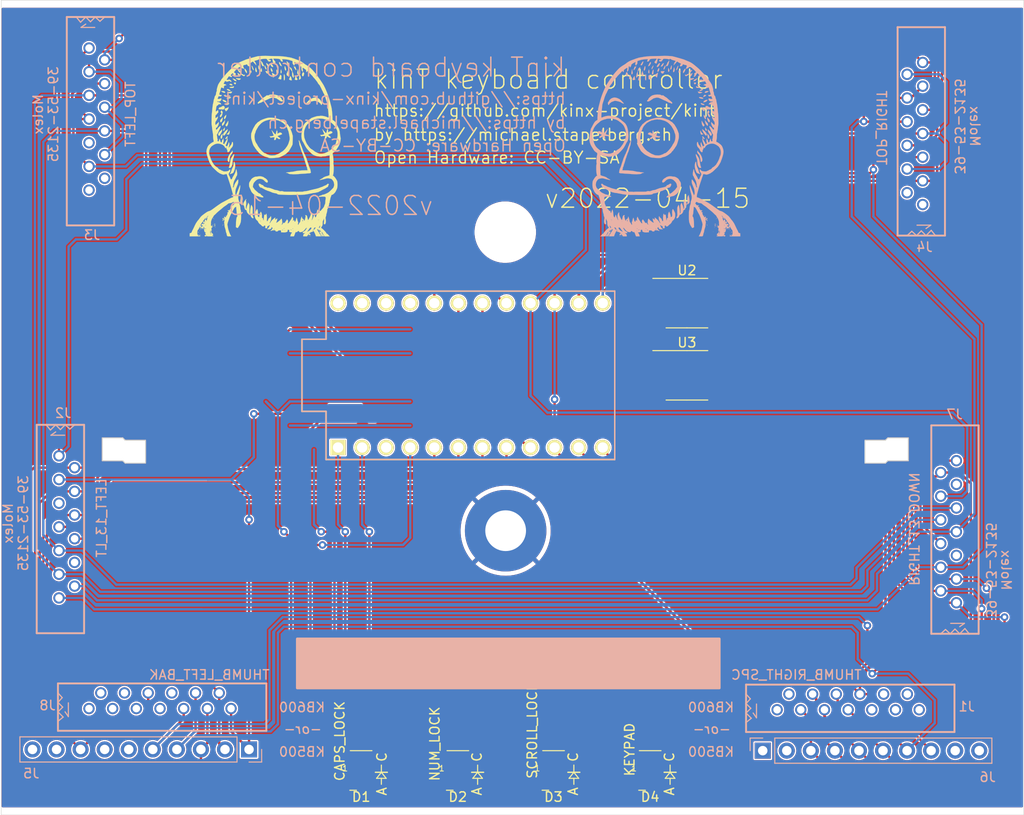
<source format=kicad_pcb>
(kicad_pcb (version 20211014) (generator pcbnew)
  (title_block (date "2021-06-26"))
  (layers (0 "F.Cu" signal) (31 "B.Cu" signal) (34 "B.Paste" user) (35 "F.Paste" user) (36 "B.SilkS" user "B.Silkscreen") (37 "F.SilkS" user "F.Silkscreen") (38 "B.Mask" user) (39 "F.Mask" user) (44 "Edge.Cuts" user))
  (net 0 "")
  (net 1 "/ROW_2")
  (net 2 "/ROW_3")
  (net 3 "/ROW_4")
  (net 4 "/ROW_5")
  (net 5 "/ROW_6")
  (net 6 "/ROW_8")
  (net 7 "/ROW_7")
  (net 8 "/ROW_9")
  (net 15 "/ROW_ESC")
  (net 16 "/ROW_F1")
  (net 17 "/ROW_F2")
  (net 18 "unconnected-(J1-Pad13)")
  (net 21 "/ROW_1")
  (net 22 "/ROW_EQL")
  (net 28 "/ROW_MIN")
  (net 29 "/ROW_0")
  (net 30 "GND")
  (net 31 "/COL_3")
  (net 33 "/COL_4")
  (net 34 "/COL_2")
  (net 35 "/COL_1")
  (net 37 "/COL_0")
  (net 41 "/COL_5")
  (net 46 "/COL_6")
  (net 55 "unconnected-(U1-Pad1)")
  (net 56 "unconnected-(U1-Pad2)")
  (net 57 "unconnected-(U1-Pad7)")
  (net 58 "unconnected-(U1-Pad8)")
  (net 64 "/5V")
  (net 65 "Net-(D1-Pad2)")
  (net 66 "Net-(D1-Pad3)")
  (net 67 "/LED_DATA")
  (net 68 "/LED_CLOCK")
  (net 69 "Net-(D2-Pad2)")
  (net 70 "Net-(D2-Pad3)")
  (net 71 "Net-(D3-Pad2)")
  (net 72 "Net-(D3-Pad3)")
  (net 75 "/ROW_DATA")
  (net 76 "/ROW_CLOCK")
  (net 78 "/VCC")
  (net 83 "/3V3")
  (footprint "MountingHole:MountingHole_6mm" (layer "F.Cu") (at 148.463 86.487)
    (fp_text reference "H2" hide)
    (fp_text value "mounting pad")
  )
  (footprint "MountingHole:MountingHole_4.3mm_M4_Pad" (layer "F.Cu") (at 148.5011 118.0036)
    (fp_text reference "H1" hide)
    (fp_text value "mounting pad" hide)
  )
  (footprint "kinx:logo" (layer "F.Cu") (at 123.317 77.216)
    (fp_text reference "G***" hide)
    (fp_text value "LOGO" hide)
  )
  (footprint "LED_SMD:LED-APA102-2020" (layer "F.Cu") (at 163.7511 144.0036)
    (fp_text reference "D4")
    (fp_text value "APA102-2020" hide)
  )
  (footprint "LED_SMD:LED-APA102-2020" (layer "F.Cu") (at 133.2511 144.0036)
    (fp_text reference "D1")
    (fp_text value "APA102-2020" hide)
  )
  (footprint "LED_SMD:LED-APA102-2020" (layer "F.Cu") (at 153.5511 144.0036)
    (fp_text reference "D3")
    (fp_text value "APA102-2020" hide)
  )
  (footprint "Package_SO:TSSOP-14_4.4x5mm_P0.65mm" (layer "F.Cu") (at 167.64 101.6)
    (fp_text reference "U3")
    (fp_text value "74HC164")
  )
  (footprint "Package_SO:TSSOP-14_4.4x5mm_P0.65mm" (layer "F.Cu") (at 167.64 93.98)
    (fp_text reference "U2")
    (fp_text value "74HC164")
  )
  (footprint "LED_SMD:LED-APA102-2020" (layer "F.Cu") (at 143.4511 144.0036)
    (fp_text reference "D2")
    (fp_text value "APA102-2020" hide)
  )
  (footprint "promicro:ProMicro" (layer "F.Cu") (at 144.78 101.6)
    (fp_text reference "U1" hide)
    (fp_text value "ProMicro")
  )
  (footprint "kinx:39-53-2135" (layer "B.Cu") (at 101.346 117.602 -90)
    (fp_text reference "J2")
    (fp_text value "LEFT_13_LT")
  )
  (footprint "kinx:39-53-2135" (layer "B.Cu") (at 104.521 74.549 -90)
    (fp_text reference "J3")
    (fp_text value "TOP_LEFT")
  )
  (footprint "kinx:39-53-2135" (layer "B.Cu") (at 196.088 118.11 90)
    (fp_text reference "J7")
    (fp_text value "RIGHT_13_DOWN")
  )
  (footprint "kinx:39-53-2135" (layer "B.Cu") (at 192.532 76.073 90)
    (fp_text reference "J4")
    (fp_text value "TOP_RIGHT")
  )
  (footprint "kinx:39-53-2135" (layer "B.Cu") (at 112.014 136.779)
    (fp_text reference "J8")
    (fp_text value "THUMB_LEFT_BAK_KB600" hide)
  )
  (footprint "kinx:logo" (layer "B.Cu") (at 165.1 77.216 180)
    (fp_text reference "G***" hide)
    (fp_text value "LOGO" hide)
  )
  (footprint "kinx:39-53-2135" (layer "B.Cu") (at 184.658 136.906)
    (fp_text reference "J1")
    (fp_text value "THUMB_RIGHT_SPC_KB600" hide)
  )
  (footprint "Connector_PinHeader_2.54mm:PinHeader_1x10_P2.54mm_Vertical" (layer "B.Cu") (at 175.641 141.224 -90)
    (fp_text reference "J6")
    (fp_text value "THUMB_RIGHT_SPC")
  )
  (footprint "Connector_PinHeader_2.54mm:PinHeader_1x10_P2.54mm_Vertical" (layer "B.Cu") (at 121.412 141.097 90)
    (fp_text reference "J5")
    (fp_text value "THUMB_LEFT_BAK")
  )
  (gr_line (start 156.337 143.51) (end 155.702 143.51) (layer "F.SilkS") (width 0.12))
  (gr_line (start 155.194 144.145) (end 155.702 143.51) (layer "F.SilkS") (width 0.12))
  (gr_line (start 166.37 144.145) (end 165.354 144.145) (layer "F.SilkS") (width 0.12))
  (gr_line (start 165.227 143.51) (end 166.497 143.51) (layer "F.SilkS") (width 0.12))
  (gr_line (start 165.862 142.748) (end 165.862 143.51) (layer "F.SilkS") (width 0.12))
  (gr_line (start 165.862 144.145) (end 165.862 144.78) (layer "F.SilkS") (width 0.12))
  (gr_line (start 165.862 143.51) (end 166.37 144.145) (layer "F.SilkS") (width 0.12))
  (gr_line (start 165.354 144.145) (end 165.862 143.51) (layer "F.SilkS") (width 0.12))
  (gr_line (start 166.497 143.51) (end 165.862 143.51) (layer "F.SilkS") (width 0.12))
  (gr_line (start 165.862 143.51) (end 165.227 143.51) (layer "F.SilkS") (width 0.12))
  (gr_line (start 145.542 142.748) (end 145.542 143.51) (layer "F.SilkS") (width 0.12))
  (gr_line (start 145.542 144.145) (end 145.542 144.78) (layer "F.SilkS") (width 0.12))
  (gr_line (start 146.05 144.145) (end 145.034 144.145) (layer "F.SilkS") (width 0.12))
  (gr_line (start 145.034 144.145) (end 145.542 143.51) (layer "F.SilkS") (width 0.12))
  (gr_line (start 145.542 143.51) (end 146.05 144.145) (layer "F.SilkS") (width 0.12))
  (gr_line (start 144.907 143.51) (end 146.177 143.51) (layer "F.SilkS") (width 0.12))
  (gr_line (start 146.177 143.51) (end 145.542 143.51) (layer "F.SilkS") (width 0.12))
  (gr_line (start 145.542 143.51) (end 144.907 143.51) (layer "F.SilkS") (width 0.12))
  (gr_line (start 135.382 144.145) (end 135.382 144.78) (layer "F.SilkS") (width 0.12))
  (gr_line (start 134.874 144.145) (end 135.382 143.51) (layer "F.SilkS") (width 0.12))
  (gr_line (start 136.017 143.51) (end 135.382 143.51) (layer "F.SilkS") (width 0.12))
  (gr_line (start 134.747 143.51) (end 136.017 143.51) (layer "F.SilkS") (width 0.12))
  (gr_line (start 135.382 143.51) (end 135.89 144.145) (layer "F.SilkS") (width 0.12))
  (gr_line (start 135.382 142.748) (end 135.382 143.51) (layer "F.SilkS") (width 0.12))
  (gr_line (start 135.382 143.51) (end 134.747 143.51) (layer "F.SilkS") (width 0.12))
  (gr_line (start 135.89 144.145) (end 134.874 144.145) (layer "F.SilkS") (width 0.12))
  (gr_line (start 142.3161 141.224) (end 144.6021 141.224) (layer "F.SilkS") (width 0.12))
  (gr_line (start 132.1001 141.224) (end 134.3861 141.224) (layer "F.SilkS") (width 0.12))
  (gr_line (start 162.6161 141.224) (end 164.9021 141.224) (layer "F.SilkS") (width 0.12))
  (gr_line (start 155.702 142.748) (end 155.702 143.51) (layer "F.SilkS") (width 0.12))
  (gr_line (start 155.702 144.145) (end 155.702 144.78) (layer "F.SilkS") (width 0.12))
  (gr_line (start 155.702 143.51) (end 156.21 144.145) (layer "F.SilkS") (width 0.12))
  (gr_line (start 156.21 144.145) (end 155.194 144.145) (layer "F.SilkS") (width 0.12))
  (gr_line (start 155.067 143.51) (end 156.337 143.51) (layer "F.SilkS") (width 0.12))
  (gr_line (start 152.4161 141.224) (end 154.7021 141.224) (layer "F.SilkS") (width 0.12))
  (gr_line (start 155.702 143.51) (end 155.067 143.51) (layer "F.SilkS") (width 0.12))
  (gr_line (start 203.2 62.0036) (end 95.25 62.0036) (layer "Edge.Cuts") (width 0.05))
  (gr_line (start 105.918 108.204) (end 105.918 110.617) (layer "Edge.Cuts") (width 0.1))
  (gr_line (start 110.49 108.458) (end 108.331 108.458) (layer "Edge.Cuts") (width 0.1))
  (gr_line (start 110.49 110.871) (end 108.331 110.871) (layer "Edge.Cuts") (width 0.1))
  (gr_line (start 108.077 108.204) (end 105.918 108.204) (layer "Edge.Cuts") (width 0.1))
  (gr_line (start 105.918 110.617) (end 108.077 110.617) (layer "Edge.Cuts") (width 0.1))
  (gr_line (start 191.008 108.204) (end 191.008 110.617) (layer "Edge.Cuts") (width 0.1))
  (gr_line (start 186.436 110.871) (end 188.595 110.871) (layer "Edge.Cuts") (width 0.1))
  (gr_line (start 188.849 110.617) (end 188.595 110.871) (layer "Edge.Cuts") (width 0.1))
  (gr_line (start 188.849 108.204) (end 188.595 108.458) (layer "Edge.Cuts") (width 0.1))
  (gr_line (start 186.436 108.458) (end 186.436 110.871) (layer "Edge.Cuts") (width 0.1))
  (gr_line (start 188.849 108.204) (end 191.008 108.204) (layer "Edge.Cuts") (width 0.1))
  (gr_line (start 191.008 110.617) (end 188.849 110.617) (layer "Edge.Cuts") (width 0.1))
  (gr_line (start 186.436 108.458) (end 188.595 108.458) (layer "Edge.Cuts") (width 0.1))
  (gr_line (start 95.25 148.0036) (end 203.2 148.0036) (layer "Edge.Cuts") (width 0.05))
  (gr_line (start 203.2 148.0036) (end 203.2 62.0036) (layer "Edge.Cuts") (width 0.05))
  (gr_line (start 95.25 62.0036) (end 95.25 148.0036) (layer "Edge.Cuts") (width 0.05))
  (gr_line (start 108.077 110.617) (end 108.331 110.871) (layer "Edge.Cuts") (width 0.1))
  (gr_line (start 110.49 108.458) (end 110.49 110.871) (layer "Edge.Cuts") (width 0.1))
  (gr_line (start 108.077 108.204) (end 108.331 108.458) (layer "Edge.Cuts") (width 0.1))
  (gr_text "by https://michael.stapelberg.ch" (at 154.94 74.93) (layer "B.SilkS") (effects (font (size 1.25 1.25)) (justify left mirror)))
  (gr_text "v2022-04-15" (at 140.97 83.693) (layer "B.SilkS") (effects (font (size 2 2)) (justify left mirror)))
  (gr_text "kinT keyboard controller" (at 154.94 69.088) (layer "B.SilkS") (effects (font (size 2 2)) (justify left mirror)))
  (gr_text "Molex\n39-53-2135" (at 197.231 75.311 270) (layer "B.SilkS") (effects (font (size 1 1)) (justify mirror)))
  (gr_text "Molex\n39-53-2135" (at 200.533 122.174 270) (layer "B.SilkS") (effects (font (size 1 1)) (justify mirror)))
  (gr_text "Molex\n39-53-2135" (at 96.774 117.221 90) (layer "B.SilkS") (effects (font (size 1 1)) (justify mirror)))
  (gr_text "KB500" (at 170.18 141.351) (layer "B.SilkS") (effects (font (size 1 1)) (justify mirror)))
  (gr_text "-or-" (at 170.307 138.938) (layer "B.SilkS") (effects (font (size 1 1) (thickness 0.15) italic) (justify mirror)))
  (gr_text "KB600" (at 170.18 136.652) (layer "B.SilkS") (effects (font (size 1 1)) (justify mirror)))
  (gr_text "KB600" (at 127 136.652) (layer "B.SilkS") (effects (font (size 1 1)) (justify mirror)))
  (gr_text "KB500" (at 127 141.351) (layer "B.SilkS") (effects (font (size 1 1)) (justify mirror)))
  (gr_text "-or-" (at 127.127 138.938) (layer "B.SilkS") (effects (font (size 1 1) (thickness 0.15) italic) (justify mirror)))
  (gr_text "Open Hardware: CC-BY-SA" (at 154.94 77.343) (layer "B.SilkS") (effects (font (size 1.25 1.25)) (justify left mirror)))
  (gr_text "https://github.com/kinx-project/kint" (at 154.94 72.39) (layer "B.SilkS") (effects (font (size 1.25 1.25)) (justify left mirror)))
  (gr_text "Molex\n39-53-2135" (at 99.949 74.041 90) (layer "B.SilkS") (effects (font (size 1 1)) (justify mirror)))
  (gr_text "by https://michael.stapelberg.ch" (at 134.493 76.2) (layer "F.SilkS") (effects (font (size 1.25 1.25)) (justify left)))
  (gr_text "https://github.com/kinx-project/kint" (at 134.493 73.66) (layer "F.SilkS") (effects (font (size 1.25 1.25)) (justify left)))
  (gr_text "kinT keyboard controller" (at 134.493 70.358) (layer "F.SilkS") (effects (font (size 2 2)) (justify left)))
  (gr_text "Open Hardware: CC-BY-SA" (at 134.493 78.613) (layer "F.SilkS") (effects (font (size 1.25 1.25)) (justify left)))
  (gr_text "v2022-04-15" (at 152.527 82.931) (layer "F.SilkS") (effects (font (size 2 2)) (justify left)))
  (gr_text "C" (at 136.017 142.494 90) (layer "F.SilkS") (effects (font (size 1 1)) (justify left bottom)))
  (gr_text "A" (at 136.017 146.05 90) (layer "F.SilkS") (effects (font (size 1 1)) (justify left bottom)))
  (gr_text "C" (at 146.05 142.494 90) (layer "F.SilkS") (effects (font (size 1 1)) (justify left bottom)))
  (gr_text "A" (at 146.05 146.05 90) (layer "F.SilkS") (effects (font (size 1 1)) (justify left bottom)))
  (gr_text "A" (at 156.21 146.05 90) (layer "F.SilkS") (effects (font (size 1 1)) (justify left bottom)))
  (gr_text "C" (at 156.21 142.494 90) (layer "F.SilkS") (effects (font (size 1 1)) (justify left bottom)))
  (gr_text "A" (at 166.37 146.05 90) (layer "F.SilkS") (effects (font (size 1 1)) (justify left bottom)))
  (gr_text "C" (at 166.37 142.494 90) (layer "F.SilkS") (effects (font (size 1 1)) (justify left bottom)))
  (gr_text "CAPS_LOCK" (at 131.572 144.526 90) (layer "F.SilkS") (effects (font (size 1 1)) (justify left bottom)))
  (gr_text "NUM_LOCK" (at 141.605 144.526 90) (layer "F.SilkS") (effects (font (size 1 1)) (justify left bottom)))
  (gr_text "SCROLL_LOCK" (at 151.892 144.272 90) (layer "F.SilkS") (effects (font (size 1 1)) (justify left bottom)))
  (gr_text "KEYPAD" (at 162.179 144.018 90) (layer "F.SilkS") (effects (font (size 1 1)) (justify left bottom)))
  (segment (start 125.095 118.11) (end 125.857 118.872) (width 0.25) (layer "F.Cu") (net 0))
  (segment (start 123.19 94.2036) (end 124.5566 92.837) (width 0.25) (layer "F.Cu") (net 0))
  (segment (start 128.839094 106.426) (end 125.821494 109.4436) (width 0.25) (layer "F.Cu") (net 0))
  (segment (start 125.857 144.78) (end 126.5681 145.4911) (width 0.25) (layer "F.Cu") (net 0))
  (segment (start 143.4511 134.8151) (end 141.986 133.35) (width 0.25) (layer "F.Cu") (net 0))
  (segment (start 126.5681 145.4911) (end 163.7511 145.4911) (width 0.25) (layer "F.Cu") (net 0))
  (segment (start 129.54 96.012) (end 130.81 97.282) (width 0.25) (layer "F.Cu") (net 0))
  (segment (start 130.429 118.745) (end 130.429 132.207) (width 0.25) (layer "F.Cu") (net 0))
  (segment (start 125.73 94.2036) (end 132.7454 101.219) (width 0.25) (layer "F.Cu") (net 0))
  (segment (start 132.7454 101.219) (end 132.4762 100.9498) (width 0.25) (layer "F.Cu") (net 0))
  (segment (start 123.19 99.2836) (end 125.73 96.7436) (width 0.25) (layer "F.Cu") (net 0))
  (segment (start 132.662 106.426) (end 128.839094 106.426) (width 0.25) (layer "F.Cu") (net 0))
  (segment (start 141.986 133.35) (end 131.572 133.35) (width 0.25) (layer "F.Cu") (net 0))
  (segment (start 130.429 132.207) (end 131.572 133.35) (width 0.25) (layer "F.Cu") (net 0))
  (segment (start 163.7511 138.4911) (end 163.7511 142.5161) (width 0.25) (layer "F.Cu") (net 0))
  (segment (start 143.4511 142.5161) (end 143.4511 138.4911) (width 0.25) (layer "F.Cu") (net 0))
  (segment (start 133.2511 138.4911) (end 133.2511 142.5161) (width 0.25) (layer "F.Cu") (net 0))
  (segment (start 129.794 118.11) (end 130.429 118.745) (width 0.25) (layer "F.Cu") (net 0))
  (segment (start 129.54 96.012) (end 130.683 97.155) (width 0.25) (layer "F.Cu") (net 0))
  (segment (start 126.5681 145.4911) (end 143.4511 145.4911) (width 0.25) (layer "F.Cu") (net 0))
  (segment (start 133.2511 145.4911) (end 143.4511 145.4911) (width 0.25) (layer "F.Cu") (net 0))
  (segment (start 129.032 118.11) (end 129.794 118.11) (width 0.25) (layer "F.Cu") (net 0))
  (segment (start 124.5566 92.837) (end 128.905 92.837) (width 0.25) (layer "F.Cu") (net 0))
  (segment (start 132.625 97.536) (end 131.064 97.536) (width 0.25) (layer "F.Cu") (net 0))
  (segment (start 153.5511 138.4911) (end 153.5511 142.5161) (width 0.25) (layer "F.Cu") (net 0))
  (segment (start 143.4511 145.4911) (end 153.5511 145.4911) (width 0.25) (layer "F.Cu") (net 0))
  (segment (start 129.54 96.012) (end 131.064 97.536) (width 0.25) (layer "F.Cu") (net 0))
  (segment (start 143.4511 135.5161) (end 143.4511 134.8151) (width 0.25) (layer "F.Cu") (net 0))
  (segment (start 130.429 132.207) (end 130.937 132.715) (width 0.25) (layer "F.Cu") (net 0))
  (segment (start 128.905 92.837) (end 129.54 93.472) (width 0.25) (layer "F.Cu") (net 0))
  (segment (start 125.857 118.872) (end 125.857 144.78) (width 0.25) (layer "F.Cu") (net 0))
  (segment (start 132.662 101.1356) (end 132.662 101.727) (width 0.25) (layer "F.Cu") (net 0))
  (segment (start 129.54 93.472) (end 129.54 96.012) (width 0.25) (layer "F.Cu") (net 0))
  (segment (start 125.821494 109.4436) (end 125.73 109.4436) (width 0.25) (layer "F.Cu") (net 0))
  (via (at 129.032 118.11) (size 0.8) (drill 0.4) (layers "F.Cu" "B.Cu") (net 0))
  (via (at 125.095 118.11) (size 0.8) (drill 0.4) (layers "F.Cu" "B.Cu") (net 0))
  (segment (start 125.73 104.3636) (end 124.46 105.6336) (width 0.25) (layer "B.Cu") (net 0))
  (segment (start 138.43 99.2836) (end 125.73 99.2836) (width 0.25) (layer "B.Cu") (net 0))
  (segment (start 123.19 104.3636) (end 124.46 105.6336) (width 0.25) (layer "B.Cu") (net 0))
  (segment (start 138.43 96.7436) (end 125.73 96.7436) (width 0.25) (layer "B.Cu") (net 0))
  (segment (start 138.43 106.9036) (end 125.73 106.9036) (width 0.25) (layer "B.Cu") (net 0))
  (segment (start 124.46 105.6336) (end 124.46 117.475) (width 0.25) (layer "B.Cu") (net 0))
  (segment (start 138.43 104.3636) (end 125.73 104.3636) (width 0.25) (layer "B.Cu") (net 0))
  (segment (start 128.27 109.4436) (end 128.27 117.348) (width 0.25) (layer "B.Cu") (net 0))
  (segment (start 128.27 117.348) (end 129.032 118.11) (width 0.25) (layer "B.Cu") (net 0))
  (segment (start 124.46 117.475) (end 125.095 118.11) (width 0.25) (layer "B.Cu") (net 0))
  (segment (start 104.882 116.352) (end 102.996 116.352) (width 0.25) (layer "F.Cu") (net 1))
  (segment (start 100.2665 126.3015) (end 105.791 131.826) (width 0.25) (layer "F.Cu") (net 1))
  (segment (start 106.045 113.919) (end 106.045 115.189) (width 0.25) (layer "F.Cu") (net 1))
  (segment (start 141.605 112.903) (end 107.061 112.903) (width 0.25) (layer "F.Cu") (net 1))
  (segment (start 118.872 141.097) (end 118.264 140.489) (width 0.25) (layer "F.Cu") (net 1))
  (segment (start 100.691 116.352) (end 100.076 116.967) (width 0.25) (layer "F.Cu") (net 1))
  (segment (start 107.061 112.903) (end 106.045 113.919) (width 0.25) (layer "F.Cu") (net 1))
  (segment (start 143.51 109.4436) (end 143.51 110.998) (width 0.25) (layer "F.Cu") (net 1))
  (segment (start 106.045 115.189) (end 104.882 116.352) (width 0.25) (layer "F.Cu") (net 1))
  (segment (start 118.264 140.489) (end 118.264 135.129) (width 0.25) (layer "F.Cu") (net 1))
  (segment (start 114.961 131.826) (end 118.264 135.129) (width 0.25) (layer "F.Cu") (net 1))
  (segment (start 100.076 116.967) (end 100.076 126.111) (width 0.25) (layer "F.Cu") (net 1))
  (segment (start 105.791 131.826) (end 100.2665 126.3015) (width 0.25) (layer "F.Cu") (net 1))
  (segment (start 114.961 131.826) (end 105.791 131.826) (width 0.25) (layer "F.Cu") (net 1))
  (segment (start 102.996 116.352) (end 100.691 116.352) (width 0.25) (layer "F.Cu") (net 1))
  (segment (start 143.51 110.998) (end 141.605 112.903) (width 0.25) (layer "F.Cu") (net 1))
  (segment (start 100.076 126.111) (end 100.2665 126.3015) (width 0.25) (layer "F.Cu") (net 1))
  (segment (start 99.314 138.049) (end 99.314 132.842) (width 0.25) (layer "F.Cu") (net 2))
  (segment (start 105.41 112.395) (end 105.41 113.157) (width 0.25) (layer "F.Cu") (net 2))
  (segment (start 106.299 111.506) (end 105.41 112.395) (width 0.25) (layer "F.Cu") (net 2))
  (segment (start 103.632 141.097) (end 101.219 138.684) (width 0.25) (layer "F.Cu") (net 2))
  (segment (start 140.97 110.617) (end 140.081 111.506) (width 0.25) (layer "F.Cu") (net 2))
  (segment (start 99.314 115.062) (end 100.524 113.852) (width 0.25) (layer "F.Cu") (net 2))
  (segment (start 101.219 138.684) (end 99.949 138.684) (width 0.25) (layer "F.Cu") (net 2))
  (segment (start 106.045 138.684) (end 103.632 141.097) (width 0.25) (layer "F.Cu") (net 2))
  (segment (start 140.97 109.4436) (end 140.97 110.617) (width 0.25) (layer "F.Cu") (net 2))
  (segment (start 99.314 133.096) (end 99.314 132.842) (width 0.25) (layer "F.Cu") (net 2))
  (segment (start 99.314 132.842) (end 99.314 115.062) (width 0.25) (layer "F.Cu") (net 2))
  (segment (start 140.081 111.506) (end 106.299 111.506) (width 0.25) (layer "F.Cu") (net 2))
  (segment (start 100.524 113.852) (end 102.996 113.852) (width 0.25) (layer "F.Cu") (net 2))
  (segment (start 109.982 138.684) (end 106.045 138.684) (width 0.25) (layer "F.Cu") (net 2))
  (segment (start 104.715 113.852) (end 102.996 113.852) (width 0.25) (layer "F.Cu") (net 2))
  (segment (start 110.764 137.902) (end 109.982 138.684) (width 0.25) (layer "F.Cu") (net 2))
  (segment (start 99.949 138.684) (end 99.314 138.049) (width 0.25) (layer "F.Cu") (net 2))
  (segment (start 110.764 135.129) (end 110.764 137.902) (width 0.25) (layer "F.Cu") (net 2))
  (segment (start 105.41 113.157) (end 104.715 113.852) (width 0.25) (layer "F.Cu") (net 2))
  (segment (start 129.032 105.664) (end 129.921 104.775) (width 0.25) (layer "F.Cu") (net 3))
  (segment (start 119.514 136.779) (end 119.514 139.199) (width 0.25) (layer "F.Cu") (net 3))
  (segment (start 134.112 106.426) (end 134.112 105.676) (width 0.25) (layer "F.Cu") (net 3))
  (segment (start 141.112701 105.902299) (end 141.636402 106.426) (width 0.25) (layer "F.Cu") (net 3))
  (segment (start 121.412 120.015) (end 121.412 116.84) (width 0.25) (layer "F.Cu") (net 3))
  (segment (start 121.412 120.015) (end 121.412 141.097) (width 0.25) (layer "F.Cu") (net 3))
  (segment (start 134.112 105.676) (end 133.211 104.775) (width 0.25) (layer "F.Cu") (net 3))
  (segment (start 121.92 105.664) (end 129.032 105.664) (width 0.25) (layer "F.Cu") (net 3))
  (segment (start 134.715598 106.426) (end 135.239299 105.902299) (width 0.25) (layer "F.Cu") (net 3))
  (segment (start 134.112 106.426) (end 134.715598 106.426) (width 0.25) (layer "F.Cu") (net 3))
  (segment (start 135.239299 105.902299) (end 141.112701 105.902299) (width 0.25) (layer "F.Cu") (net 3))
  (segment (start 119.514 139.199) (end 121.412 141.097) (width 0.25) (layer "F.Cu") (net 3))
  (segment (start 133.211 104.775) (end 129.921 104.775) (width 0.25) (layer "F.Cu") (net 3))
  (segment (start 141.636402 106.426) (end 142.225 106.426) (width 0.25) (layer "F.Cu") (net 3))
  (via (at 121.412 116.84) (size 0.8) (drill 0.4) (layers "F.Cu" "B.Cu") (net 3))
  (via (at 121.92 105.664) (size 0.8) (drill 0.4) (layers "F.Cu" "B.Cu") (net 3))
  (segment (start 101.346 112.602) (end 101.139 112.602) (width 0.25) (layer "B.Cu") (net 3))
  (segment (start 121.92 110.236) (end 121.92 105.664) (width 0.25) (layer "B.Cu") (net 3))
  (segment (start 121.412 114.46) (end 119.554 112.602) (width 0.25) (layer "B.Cu") (net 3))
  (segment (start 121.412 116.84) (end 121.412 114.46) (width 0.25) (layer "B.Cu") (net 3))
  (segment (start 117.047 112.602) (end 119.554 112.602) (width 0.25) (layer "B.Cu") (net 3))
  (segment (start 101.346 112.602) (end 117.047 112.602) (width 0.25) (layer "B.Cu") (net 3))
  (segment (start 121.92 108.204) (end 121.92 110.236) (width 0.25) (layer "B.Cu") (net 3))
  (segment (start 119.554 112.602) (end 121.92 110.236) (width 0.25) (layer "B.Cu") (net 3))
  (segment (start 117.047 112.602) (end 119.554 112.602) (width 0.25) (layer "B.Cu") (net 3))
  (segment (start 99.822 141.986) (end 101.6 143.764) (width 0.25) (layer "F.Cu") (net 4))
  (segment (start 99.822 139.573) (end 99.822 141.986) (width 0.25) (layer "F.Cu") (net 4))
  (segment (start 117.014 140.415) (end 116.332 141.097) (width 0.25) (layer "F.Cu") (net 4))
  (segment (start 98.425 138.176) (end 99.822 139.573) (width 0.25) (layer "F.Cu") (net 4))
  (segment (start 116.332 143.129) (end 116.332 141.097) (width 0.25) (layer "F.Cu") (net 4))
  (segment (start 115.697 143.764) (end 116.332 143.129) (width 0.25) (layer "F.Cu") (net 4))
  (segment (start 135.382 101.727) (end 136.525 100.584) (width 0.25) (layer "F.Cu") (net 4))
  (segment (start 102.996 111.352) (end 98.706 111.352) (width 0.25) (layer "F.Cu") (net 4))
  (segment (start 98.425 111.633) (end 98.425 138.176) (width 0.25) (layer "F.Cu") (net 4))
  (segment (start 101.6 143.764) (end 115.697 143.764) (width 0.25) (layer "F.Cu") (net 4))
  (segment (start 142.225 101.727) (end 140.589 101.727) (width 0.25) (layer "F.Cu") (net 4))
  (segment (start 104.167 111.352) (end 102.996 111.352) (width 0.25) (layer "F.Cu") (net 4))
  (segment (start 134.112 101.727) (end 134.112 102.477) (width 0.25) (layer "F.Cu") (net 4))
  (segment (start 140.589 101.727) (end 139.446 100.584) (width 0.25) (layer "F.Cu") (net 4))
  (segment (start 98.706 111.352) (end 98.425 111.633) (width 0.25) (layer "F.Cu") (net 4))
  (segment (start 104.648 110.871) (end 104.167 111.352) (width 0.25) (layer "F.Cu") (net 4))
  (segment (start 133.465 103.124) (end 105.664 103.124) (width 0.25) (layer "F.Cu") (net 4))
  (segment (start 104.648 104.14) (end 104.648 110.871) (width 0.25) (layer "F.Cu") (net 4))
  (segment (start 136.525 100.584) (end 139.446 100.584) (width 0.25) (layer "F.Cu") (net 4))
  (segment (start 134.112 102.477) (end 133.465 103.124) (width 0.25) (layer "F.Cu") (net 4))
  (segment (start 134.112 101.727) (end 135.382 101.727) (width 0.25) (layer "F.Cu") (net 4))
  (segment (start 115.998 141.097) (end 116.332 141.097) (width 0.25) (layer "F.Cu") (net 4))
  (segment (start 117.014 136.779) (end 117.014 140.415) (width 0.25) (layer "F.Cu") (net 4))
  (segment (start 105.664 103.124) (end 104.648 104.14) (width 0.25) (layer "F.Cu") (net 4))
  (segment (start 188.849 115.697) (end 189.484 116.332) (width 0.25) (layer "F.Cu") (net 5))
  (segment (start 201.168 143.256) (end 201.168 127.127) (width 0.25) (layer "F.Cu") (net 5))
  (segment (start 180.721 137.969) (end 179.658 136.906) (width 0.25) (layer "F.Cu") (net 5))
  (segment (start 156.21 109.4436) (end 162.4634 115.697) (width 0.25) (layer "F.Cu") (net 5))
  (segment (start 200.025 145.542) (end 201.168 144.399) (width 0.25) (layer "F.Cu") (net 5))
  (segment (start 201.168 144.399) (end 201.168 143.256) (width 0.25) (layer "F.Cu") (net 5))
  (segment (start 162.4634 115.697) (end 188.849 115.697) (width 0.25) (layer "F.Cu") (net 5))
  (segment (start 180.721 141.224) (end 185.039 145.542) (width 0.25) (layer "F.Cu") (net 5))
  (segment (start 185.039 145.542) (end 200.025 145.542) (width 0.25) (layer "F.Cu") (net 5))
  (segment (start 191.904 125.61) (end 196.088 125.61) (width 0.25) (layer "F.Cu") (net 5))
  (segment (start 189.484 116.332) (end 189.484 123.19) (width 0.25) (layer "F.Cu") (net 5))
  (segment (start 180.721 141.224) (end 180.721 137.969) (width 0.25) (layer "F.Cu") (net 5))
  (segment (start 189.484 123.19) (end 191.904 125.61) (width 0.25) (layer "F.Cu") (net 5))
  (via (at 201.168 127.127) (size 0.8) (drill 0.4) (layers "F.Cu" "B.Cu") (net 5))
  (segment (start 197.605 127.127) (end 196.656 126.178) (width 0.25) (layer "B.Cu") (net 5))
  (segment (start 196.656 126.178) (end 196.088 125.61) (width 0.25) (layer "B.Cu") (net 5))
  (segment (start 201.168 127.127) (end 197.605 127.127) (width 0.25) (layer "B.Cu") (net 5))
  (segment (start 188.468 143.891) (end 185.801 141.224) (width 0.25) (layer "F.Cu") (net 6))
  (segment (start 190.5 115.443) (end 190.5 122.428) (width 0.25) (layer "F.Cu") (net 6))
  (segment (start 198.12 139.446) (end 198.755 138.811) (width 0.25) (layer "F.Cu") (net 6))
  (segment (start 185.801 141.224) (end 182.158 137.581) (width 0.25) (layer "F.Cu") (net 6))
  (segment (start 182.158 137.581) (end 182.158 136.906) (width 0.25) (layer "F.Cu") (net 6))
  (segment (start 197.231 143.129) (end 196.469 143.891) (width 0.25) (layer "F.Cu") (net 6))
  (segment (start 190.5 122.428) (end 192.432 124.36) (width 0.25) (layer "F.Cu") (net 6))
  (segment (start 198.755 126.238) (end 198.755 138.811) (width 0.25) (layer "F.Cu") (net 6))
  (segment (start 164.1144 114.808) (end 189.865 114.808) (width 0.25) (layer "F.Cu") (net 6))
  (segment (start 158.75 109.4436) (end 164.1144 114.808) (width 0.25) (layer "F.Cu") (net 6))
  (segment (start 192.432 124.36) (end 194.438 124.36) (width 0.25) (layer "F.Cu") (net 6))
  (segment (start 198.12 139.446) (end 197.231 140.335) (width 0.25) (layer "F.Cu") (net 6))
  (segment (start 198.755 138.811) (end 198.12 139.446) (width 0.25) (layer "F.Cu") (net 6))
  (segment (start 197.231 140.335) (end 197.231 143.129) (width 0.25) (layer "F.Cu") (net 6))
  (segment (start 189.865 114.808) (end 190.5 115.443) (width 0.25) (layer "F.Cu") (net 6))
  (segment (start 196.469 143.891) (end 188.468 143.891) (width 0.25) (layer "F.Cu") (net 6))
  (via (at 198.755 126.238) (size 0.8) (drill 0.4) (layers "F.Cu" "B.Cu") (net 6))
  (segment (start 198.755 125.349) (end 197.9295 124.5235) (width 0.25) (layer "B.Cu") (net 6))
  (segment (start 198.755 126.238) (end 198.755 125.349) (width 0.25) (layer "B.Cu") (net 6))
  (segment (start 197.766 124.36) (end 194.438 124.36) (width 0.25) (layer "B.Cu") (net 6))
  (segment (start 197.9295 124.5235) (end 197.766 124.36) (width 0.25) (layer "B.Cu") (net 6))
  (segment (start 186.817 144.78) (end 183.261 141.224) (width 0.25) (layer "F.Cu") (net 7))
  (segment (start 200.025 143.383) (end 198.628 144.78) (width 0.25) (layer "F.Cu") (net 7))
  (segment (start 200.025 129.413) (end 200.025 143.383) (width 0.25) (layer "F.Cu") (net 7))
  (segment (start 165.7654 113.919) (end 190.627 113.919) (width 0.25) (layer "F.Cu") (net 7))
  (segment (start 181.280599 135.628599) (end 180.908 135.256) (width 0.25) (layer "F.Cu") (net 7))
  (segment (start 200.025 129.286) (end 200.025 129.413) (width 0.25) (layer "F.Cu") (net 7))
  (segment (start 191.389 114.681) (end 191.389 121.793) (width 0.25) (layer "F.Cu") (net 7))
  (segment (start 192.706 123.11) (end 196.088 123.11) (width 0.25) (layer "F.Cu") (net 7))
  (segment (start 181.280599 139.243599) (end 181.280599 135.628599) (width 0.25) (layer "F.Cu") (net 7))
  (segment (start 198.628 144.78) (end 186.817 144.78) (width 0.25) (layer "F.Cu") (net 7))
  (segment (start 199.263 124.079) (end 200.025 124.841) (width 0.25) (layer "F.Cu") (net 7))
  (segment (start 161.29 109.4436) (end 165.7654 113.919) (width 0.25) (layer "F.Cu") (net 7))
  (segment (start 200.025 129.413) (end 200.025 124.841) (width 0.25) (layer "F.Cu") (net 7))
  (segment (start 183.261 141.224) (end 181.280599 139.243599) (width 0.25) (layer "F.Cu") (net 7))
  (segment (start 191.389 121.793) (end 192.706 123.11) (width 0.25) (layer "F.Cu") (net 7))
  (segment (start 190.627 113.919) (end 191.389 114.681) (width 0.25) (layer "F.Cu") (net 7))
  (via (at 199.263 124.079) (size 0.8) (drill 0.4) (layers "F.Cu" "B.Cu") (net 7))
  (segment (start 199.263 124.079) (end 198.294 123.11) (width 0.25) (layer "B.Cu") (net 7))
  (segment (start 198.294 123.11) (end 196.088 123.11) (width 0.25) (layer "B.Cu") (net 7))
  (segment (start 188.341 141.224) (end 190.246 143.129) (width 0.25) (layer "F.Cu") (net 8))
  (segment (start 183.552554 137.307) (end 185.183554 138.938) (width 0.25) (layer "F.Cu") (net 8))
  (segment (start 197.612 138.557) (end 197.612 117.602) (width 0.25) (layer "F.Cu") (net 8))
  (segment (start 183.552554 137.307) (end 183.552554 135.400554) (width 0.25) (layer "F.Cu") (net 8))
  (segment (start 183.552554 135.400554) (end 183.408 135.256) (width 0.25) (layer "F.Cu") (net 8))
  (segment (start 195.58 139.446) (end 196.723 139.446) (width 0.25) (layer "F.Cu") (net 8))
  (segment (start 197.612 117.602) (end 197.612 113.03) (width 0.25) (layer "F.Cu") (net 8))
  (segment (start 195.861 111.86) (end 196.442 111.86) (width 0.25) (layer "F.Cu") (net 8))
  (segment (start 196.136554 111.86) (end 195.861 111.86) (width 0.25) (layer "F.Cu") (net 8))
  (segment (start 190.246 143.129) (end 193.675 143.129) (width 0.25) (layer "F.Cu") (net 8))
  (segment (start 166.37 109.4436) (end 169.1944 112.268) (width 0.25) (layer "F.Cu") (net 8))
  (segment (start 197.612 138.557) (end 197.612 117.602) (width 0.25) (layer "F.Cu") (net 8))
  (segment (start 194.691 142.113) (end 194.691 140.335) (width 0.25) (layer "F.Cu") (net 8))
  (segment (start 194.03 112.268) (end 194.438 111.86) (width 0.25) (layer "F.Cu") (net 8))
  (segment (start 186.055 138.938) (end 188.341 141.224) (width 0.25) (layer "F.Cu") (net 8))
  (segment (start 197.612 113.03) (end 196.442 111.86) (width 0.25) (layer "F.Cu") (net 8))
  (segment (start 194.691 140.335) (end 195.58 139.446) (width 0.25) (layer "F.Cu") (net 8))
  (segment (start 196.723 139.446) (end 197.612 138.557) (width 0.25) (layer "F.Cu") (net 8))
  (segment (start 193.675 143.129) (end 194.691 142.113) (width 0.25) (layer "F.Cu") (net 8))
  (segment (start 185.183554 138.938) (end 186.055 138.938) (width 0.25) (layer "F.Cu") (net 8))
  (segment (start 169.1944 112.268) (end 194.03 112.268) (width 0.25) (layer "F.Cu") (net 8))
  (segment (start 195.861 111.86) (end 194.438 111.86) (width 0.25) (layer "F.Cu") (net 8))
  (segment (start 111.733 68.299) (end 106.171 68.299) (width 0.25) (layer "F.Cu") (net 15))
  (segment (start 194.564 73.279) (end 194.564 65.786) (width 0.25) (layer "F.Cu") (net 15))
  (segment (start 142.367 89.662) (end 113.538 89.662) (width 0.25) (layer "F.Cu") (net 15))
  (segment (start 189.865 65.278) (end 108.458 65.278) (width 0.25) (layer "F.Cu") (net 15))
  (segment (start 113.03 69.596) (end 111.733 68.299) (width 0.25) (layer "F.Cu") (net 15))
  (segment (start 189.865 65.278) (end 194.056 65.278) (width 0.25) (layer "F.Cu") (net 15))
  (segment (start 113.03 89.154) (end 113.03 69.596) (width 0.25) (layer "F.Cu") (net 15))
  (segment (start 190.119 65.278) (end 189.865 65.278) (width 0.25) (layer "F.Cu") (net 15))
  (segment (start 145.6055 92.9005) (end 142.367 89.662) (width 0.25) (layer "F.Cu") (net 15))
  (segment (start 194.27 73.573) (end 194.564 73.279) (width 0.25) (layer "F.Cu") (net 15))
  (segment (start 113.538 89.662) (end 113.03 89.154) (width 0.25) (layer "F.Cu") (net 15))
  (segment (start 108.458 65.278) (end 107.696 66.04) (width 0.25) (layer "F.Cu") (net 15))
  (segment (start 147.2869 92.9005) (end 145.6055 92.9005) (width 0.25) (layer "F.Cu") (net 15))
  (segment (start 192.532 73.573) (end 194.27 73.573) (width 0.25) (layer "F.Cu") (net 15))
  (segment (start 148.59 94.2036) (end 147.2869 92.9005) (width 0.25) (layer "F.Cu") (net 15))
  (segment (start 194.564 65.786) (end 194.056 65.278) (width 0.25) (layer "F.Cu") (net 15))
  (segment (start 194.056 65.278) (end 191.516 65.278) (width 0.25) (layer "F.Cu") (net 15))
  (via (at 107.696 66.04) (size 0.8) (drill 0.4) (layers "F.Cu" "B.Cu") (net 15))
  (segment (start 107.696 66.04) (end 106.172 67.564) (width 0.25) (layer "B.Cu") (net 15))
  (segment (start 106.172 68.298) (end 106.171 68.299) (width 0.25) (layer "B.Cu") (net 15))
  (segment (start 106.172 67.564) (end 106.172 68.298) (width 0.25) (layer "B.Cu") (net 15))
  (segment (start 191.262 73.279) (end 192.405 72.136) (width 0.25) (layer "F.Cu") (net 16))
  (segment (start 192.532 68.573) (end 191.380599 67.421599) (width 0.25) (layer "F.Cu") (net 16))
  (segment (start 178.816 82.423) (end 180.166 81.073) (width 0.25) (layer "F.Cu") (net 16))
  (segment (start 164.846 91.948) (end 178.181 91.948) (width 0.25) (layer "F.Cu") (net 16))
  (segment (start 104.521 68.650446) (end 104.521 69.549) (width 0.25) (layer "F.Cu") (net 16))
  (segment (start 192.405 72.136) (end 193.294 72.136) (width 0.25) (layer "F.Cu") (net 16))
  (segment (start 178.816 91.313) (end 178.816 82.423) (width 0.25) (layer "F.Cu") (net 16))
  (segment (start 193.802 68.961) (end 193.414 68.573) (width 0.25) (layer "F.Cu") (net 16))
  (segment (start 163.83 94.2036) (end 163.83 92.964) (width 0.25) (layer "F.Cu") (net 16))
  (segment (start 194.056 75.311) (end 193.548 74.803) (width 0.25) (layer "F.Cu") (net 16))
  (segment (start 163.83 94.2036) (end 163.83 94.107) (width 0.25) (layer "F.Cu") (net 16))
  (segment (start 194.056 80.645) (end 194.056 78.486) (width 0.25) (layer "F.Cu") (net 16))
  (segment (start 193.294 72.136) (end 193.802 71.628) (width 0.25) (layer "F.Cu") (net 16))
  (segment (start 178.181 91.948) (end 178.816 91.313) (width 0.25) (layer "F.Cu") (net 16))
  (segment (start 163.83 92.964) (end 164.846 91.948) (width 0.25) (layer "F.Cu") (net 16))
  (segment (start 192.893 77.323) (end 190.882 77.323) (width 0.25) (layer "F.Cu") (net 16))
  (segment (start 194.056 78.486) (end 192.893 77.323) (width 0.25) (layer "F.Cu") (net 16))
  (segment (start 194.056 76.2) (end 194.056 75.311) (width 0.25) (layer "F.Cu") (net 16))
  (segment (start 192.893 77.323) (end 192.933 77.323) (width 0.25) (layer "F.Cu") (net 16))
  (segment (start 193.802 71.628) (end 193.802 68.961) (width 0.25) (layer "F.Cu") (net 16))
  (segment (start 191.262 73.787) (end 191.262 73.279) (width 0.25) (layer "F.Cu") (net 16))
  (segment (start 191.380599 67.421599) (end 105.749847 67.421599) (width 0.25) (layer "F.Cu") (net 16))
  (segment (start 192.933 77.323) (end 194.056 76.2) (width 0.25) (layer "F.Cu") (net 16))
  (segment (start 180.166 81.073) (end 192.532 81.073) (width 0.25) (layer "F.Cu") (net 16))
  (segment (start 192.278 74.803) (end 191.262 73.787) (width 0.25) (layer "F.Cu") (net 16))
  (segment (start 193.628 81.073) (end 194.056 80.645) (width 0.25) (layer "F.Cu") (net 16))
  (segment (start 192.532 81.073) (end 193.628 81.073) (width 0.25) (layer "F.Cu") (net 16))
  (segment (start 105.749847 67.421599) (end 104.521 68.650446) (width 0.25) (layer "F.Cu") (net 16))
  (segment (start 193.414 68.573) (end 192.532 68.573) (width 0.25) (layer "F.Cu") (net 16))
  (segment (start 193.548 74.803) (end 192.278 74.803) (width 0.25) (layer "F.Cu") (net 16))
  (segment (start 107.95 72.39) (end 107.041 73.299) (width 0.25) (layer "B.Cu") (net 16))
  (segment (start 108.077 76.393) (end 106.171 78.299) (width 0.25) (layer "B.Cu") (net 16))
  (segment (start 106.76 69.549) (end 107.95 70.739) (width 0.25) (layer "B.Cu") (net 16))
  (segment (start 107.041 73.299) (end 106.171 73.299) (width 0.25) (layer "B.Cu") (net 16))
  (segment (start 104.521 69.549) (end 106.76 69.549) (width 0.25) (layer "B.Cu") (net 16))
  (segment (start 106.171 73.299) (end 108.077 75.205) (width 0.25) (layer "B.Cu") (net 16))
  (segment (start 107.95 70.739) (end 107.95 72.39) (width 0.25) (layer "B.Cu") (net 16))
  (segment (start 108.077 75.205) (end 108.077 76.393) (width 0.25) (layer "B.Cu") (net 16))
  (segment (start 158.75 92.837) (end 158.75 94.2036) (width 0.25) (layer "F.Cu") (net 17))
  (segment (start 177.8 76.073) (end 177.292 76.581) (width 0.25) (layer "F.Cu") (net 17))
  (segment (start 103.632 74.549) (end 102.87 75.311) (width 0.25) (layer "F.Cu") (net 17))
  (segment (start 161.163 90.424) (end 158.75 92.837) (width 0.25) (layer "F.Cu") (net 17))
  (segment (start 102.87 75.311) (end 102.87 77.898) (width 0.25) (layer "F.Cu") (net 17))
  (segment (start 103.826 70.799) (end 102.743 71.882) (width 0.25) (layer "F.Cu") (net 17))
  (segment (start 102.87 77.898) (end 104.521 79.549) (width 0.25) (layer "F.Cu") (net 17))
  (segment (start 177.292 89.916) (end 176.784 90.424) (width 0.25) (layer "F.Cu") (net 17))
  (segment (start 102.743 72.771) (end 104.521 74.549) (width 0.25) (layer "F.Cu") (net 17))
  (segment (start 177.292 76.581) (end 177.292 89.916) (width 0.25) (layer "F.Cu") (net 17))
  (segment (start 192.532 76.073) (end 177.8 76.073) (width 0.25) (layer "F.Cu") (net 17))
  (segment (start 102.743 71.882) (end 102.743 72.771) (width 0.25) (layer "F.Cu") (net 17))
  (segment (start 192.159401 76.445599) (end 192.532 76.073) (width 0.25) (layer "F.Cu") (net 17))
  (segment (start 106.171 70.799) (end 103.826 70.799) (width 0.25) (layer "F.Cu") (net 17))
  (segment (start 104.521 74.549) (end 103.632 74.549) (width 0.25) (layer "F.Cu") (net 17))
  (segment (start 176.784 90.424) (end 161.163 90.424) (width 0.25) (layer "F.Cu") (net 17))
  (segment (start 194.283 69.823) (end 190.882 69.823) (width 0.25) (layer "B.Cu") (net 17))
  (segment (start 158.75 92.964) (end 158.75 83.82) (width 0.25) (layer "B.Cu") (net 17))
  (segment (start 108.411 79.549) (end 109.601 78.359) (width 0.25) (layer "B.Cu") (net 17))
  (segment (start 194.056 76.073) (end 192.532 76.073) (width 0.25) (layer "B.Cu") (net 17))
  (segment (start 158.75 83.82) (end 158.75 94.2036) (width 0.25) (layer "B.Cu") (net 17))
  (segment (start 190.882 79.823) (end 194.243 79.823) (width 0.25) (layer "B.Cu") (net 17))
  (segment (start 158.75 83.82) (end 158.75 92.964) (width 0.25) (layer "B.Cu") (net 17))
  (segment (start 195.072 77.089) (end 194.056 76.073) (width 0.25) (layer "B.Cu") (net 17))
  (segment (start 153.289 78.359) (end 158.75 83.82) (width 0.25) (layer "B.Cu") (net 17))
  (segment (start 195.072 78.994) (end 195.072 77.089) (width 0.25) (layer "B.Cu") (net 17))
  (segment (start 104.521 79.549) (end 108.411 79.549) (width 0.25) (layer "B.Cu") (net 17))
  (segment (start 194.056 75.946) (end 195.072 74.93) (width 0.25) (layer "B.Cu") (net 17))
  (segment (start 109.601 78.359) (end 153.289 78.359) (width 0.25) (layer "B.Cu") (net 17))
  (segment (start 195.072 74.93) (end 195.072 70.612) (width 0.25) (layer "B.Cu") (net 17))
  (segment (start 194.056 76.073) (end 194.056 75.946) (width 0.25) (layer "B.Cu") (net 17))
  (segment (start 195.072 70.612) (end 194.283 69.823) (width 0.25) (layer "B.Cu") (net 17))
  (segment (start 194.243 79.823) (end 195.072 78.994) (width 0.25) (layer "B.Cu") (net 17))
  (segment (start 192.278 136.819) (end 192.238 136.779) (width 0.25) (layer "F.Cu") (net 18))
  (segment (start 192.278 113.919) (end 192.278 117.2) (width 0.25) (layer "F.Cu") (net 28))
  (segment (start 163.83 109.4436) (end 167.4164 113.03) (width 0.25) (layer "F.Cu") (net 28))
  (segment (start 191.389 113.03) (end 192.278 113.919) (width 0.25) (layer "F.Cu") (net 28))
  (segment (start 192.278 117.2) (end 194.438 119.36) (width 0.25) (layer "F.Cu") (net 28))
  (segment (start 167.4164 113.03) (end 191.389 113.03) (width 0.25) (layer "F.Cu") (net 28))
  (segment (start 168.91 109.4436) (end 170.9724 111.506) (width 0.25) (layer "F.Cu") (net 29))
  (segment (start 196.088 110.61) (end 192.92 110.61) (width 0.25) (layer "F.Cu") (net 29))
  (segment (start 192.92 110.61) (end 192.024 111.506) (width 0.25) (layer "F.Cu") (net 29))
  (segment (start 170.9724 111.506) (end 170.3857 110.9193) (width 0.25) (layer "F.Cu") (net 29))
  (segment (start 192.024 111.506) (end 170.9724 111.506) (width 0.25) (layer "F.Cu") (net 29))
  (segment (start 127.889 134.747) (end 128.6581 135.5161) (width 0.25) (layer "F.Cu") (net 30))
  (segment (start 123.19 101.8236) (end 125.73 101.8236) (width 0.25) (layer "F.Cu") (net 30))
  (segment (start 129.159 119.507) (end 128.27 119.507) (width 0.25) (layer "F.Cu") (net 30))
  (segment (start 128.27 119.507) (end 127.889 119.888) (width 0.25) (layer "F.Cu") (net 30))
  (segment (start 128.6581 135.5161) (end 133.2511 135.5161) (width 0.25) (layer "F.Cu") (net 30))
  (segment (start 127.889 119.888) (end 127.889 134.747) (width 0.25) (layer "F.Cu") (net 30))
  (via (at 129.159 119.507) (size 0.8) (drill 0.4) (layers "F.Cu" "B.Cu") (net 30))
  (segment (start 137.668 119.507) (end 129.159 119.507) (width 0.25) (layer "B.Cu") (net 30))
  (segment (start 138.43 118.745) (end 137.668 119.507) (width 0.25) (layer "B.Cu") (net 30))
  (segment (start 138.43 109.4436) (end 138.43 118.745) (width 0.25) (layer "B.Cu") (net 30))
  (segment (start 186.329 74.823) (end 186.309 74.803) (width 0.25) (layer "F.Cu") (net 31))
  (segment (start 159.639 89.662) (end 156.21 93.091) (width 0.25) (layer "F.Cu") (net 31))
  (segment (start 176.149 89.662) (end 159.639 89.662) (width 0.25) (layer "F.Cu") (net 31))
  (segment (start 185.801 73.533) (end 177.038 73.533) (width 0.25) (layer "F.Cu") (net 31))
  (segment (start 186.309 74.803) (end 186.309 74.041) (width 0.25) (layer "F.Cu") (net 31))
  (segment (start 176.53 74.041) (end 176.53 89.281) (width 0.25) (layer "F.Cu") (net 31))
  (segment (start 186.309 74.041) (end 185.801 73.533) (width 0.25) (layer "F.Cu") (net 31))
  (segment (start 176.53 89.281) (end 176.149 89.662) (width 0.25) (layer "F.Cu") (net 31))
  (segment (start 156.21 93.091) (end 156.21 94.2036) (width 0.25) (layer "F.Cu") (net 31))
  (segment (start 177.038 73.533) (end 176.53 74.041) (width 0.25) (layer "F.Cu") (net 31))
  (segment (start 190.882 74.823) (end 186.329 74.823) (width 0.25) (layer "F.Cu") (net 31))
  (via (at 186.309 74.803) (size 0.8) (drill 0.4) (layers "F.Cu" "B.Cu") (net 31))
  (segment (start 107.569 125.349) (end 105.356 125.349) (width 0.25) (layer "B.Cu") (net 31))
  (segment (start 185.039 84.836) (end 185.039 75.438) (width 0.25) (layer "B.Cu") (net 31))
  (segment (start 185.039 75.438) (end 185.674 74.803) (width 0.25) (layer "B.Cu") (net 31))
  (segment (start 196.088 118.11) (end 192.151 118.11) (width 0.25) (layer "B.Cu") (net 31))
  (segment (start 185.674 74.803) (end 186.309 74.803) (width 0.25) (layer "B.Cu") (net 31))
  (segment (start 107.315 125.349) (end 107.569 125.349) (width 0.25) (layer "B.Cu") (net 31))
  (segment (start 105.356 125.349) (end 103.859 123.852) (width 0.25) (layer "B.Cu") (net 31))
  (segment (start 107.569 125.349) (end 186.69 125.349) (width 0.25) (layer "B.Cu") (net 31))
  (segment (start 196.088 118.11) (end 197.993 116.205) (width 0.25) (layer "B.Cu") (net 31))
  (segment (start 186.69 125.349) (end 186.436 125.349) (width 0.25) (layer "B.Cu") (net 31))
  (segment (start 187.706 122.555) (end 187.706 124.333) (width 0.25) (layer "B.Cu") (net 31))
  (segment (start 192.151 118.11) (end 187.706 122.555) (width 0.25) (layer "B.Cu") (net 31))
  (segment (start 187.706 124.333) (end 186.69 125.349) (width 0.25) (layer "B.Cu") (net 31))
  (segment (start 197.993 116.205) (end 197.993 97.79) (width 0.25) (layer "B.Cu") (net 31))
  (segment (start 197.993 97.79) (end 185.039 84.836) (width 0.25) (layer "B.Cu") (net 31))
  (segment (start 102.996 123.852) (end 103.859 123.852) (width 0.25) (layer "B.Cu") (net 31))
  (segment (start 179.832 80.264) (end 186.944 80.264) (width 0.25) (layer "F.Cu") (net 33))
  (segment (start 178.054 82.042) (end 178.054 90.932) (width 0.25) (layer "F.Cu") (net 33))
  (segment (start 178.054 90.932) (end 177.8 91.186) (width 0.25) (layer "F.Cu") (net 33))
  (segment (start 187.325 79.121) (end 187.325 79.883) (width 0.25) (layer "F.Cu") (net 33))
  (segment (start 187.873 78.573) (end 187.325 79.121) (width 0.25) (layer "F.Cu") (net 33))
  (segment (start 161.29 92.202) (end 161.29 94.2036) (width 0.25) (layer "F.Cu") (net 33))
  (segment (start 177.8 91.186) (end 162.306 91.186) (width 0.25) (layer "F.Cu") (net 33))
  (segment (start 179.832 80.264) (end 178.054 82.042) (width 0.25) (layer "F.Cu") (net 33))
  (segment (start 162.306 91.186) (end 161.29 92.202) (width 0.25) (layer "F.Cu") (net 33))
  (segment (start 186.944 80.264) (end 187.325 79.883) (width 0.25) (layer "F.Cu") (net 33))
  (segment (start 192.532 78.573) (end 187.873 78.573) (width 0.25) (layer "F.Cu") (net 33))
  (via (at 187.325 79.883) (size 0.8) (drill 0.4) (layers "F.Cu" "B.Cu") (net 33))
  (segment (start 194.438 121.86) (end 192.211 121.86) (width 0.25) (layer "B.Cu") (net 33))
  (segment (start 187.766 126.305) (end 187.004 126.305) (width 0.25) (layer "B.Cu") (net 33))
  (segment (start 103.879 125.102) (end 101.346 125.102) (width 0.25) (layer "B.Cu") (net 33))
  (segment (start 198.755 119.888) (end 196.783 121.86) (width 0.25) (layer "B.Cu") (net 33))
  (segment (start 192.211 121.86) (end 187.766 126.305) (width 0.25) (layer "B.Cu") (net 33))
  (segment (start 105.082 126.305) (end 116.392 126.305) (width 0.25) (layer "B.Cu") (net 33))
  (segment (start 187.004 126.305) (end 116.392 126.305) (width 0.25) (layer "B.Cu") (net 33))
  (segment (start 198.755 96.266) (end 198.755 119.888) (width 0.25) (layer "B.Cu") (net 33))
  (segment (start 105.082 126.305) (end 103.879 125.102) (width 0.25) (layer "B.Cu") (net 33))
  (segment (start 116.392 126.305) (end 105.082 126.305) (width 0.25) (layer "B.Cu") (net 33))
  (segment (start 187.325 79.883) (end 187.325 84.836) (width 0.25) (layer "B.Cu") (net 33))
  (segment (start 196.783 121.86) (end 194.438 121.86) (width 0.25) (layer "B.Cu") (net 33))
  (segment (start 187.325 84.836) (end 198.755 96.266) (width 0.25) (layer "B.Cu") (net 33))
  (segment (start 135.128 98.044) (end 141.097 98.044) (width 0.25) (layer "F.Cu") (net 34))
  (segment (start 134.075 97.536) (end 134.62 97.536) (width 0.25) (layer "F.Cu") (net 34))
  (segment (start 112.395 90.805) (end 112.014 90.424) (width 0.25) (layer "F.Cu") (net 34))
  (segment (start 142.21 97.536) (end 141.605 97.536) (width 0.25) (layer "F.Cu") (net 34))
  (segment (start 141.605 97.536) (end 141.097 98.044) (width 0.25) (layer "F.Cu") (net 34))
  (segment (start 112.014 73.025) (end 111.038 72.049) (width 0.25) (layer "F.Cu") (net 34))
  (segment (start 140.97 90.805) (end 112.395 90.805) (width 0.25) (layer "F.Cu") (net 34))
  (segment (start 134.62 97.536) (end 135.128 98.044) (width 0.25) (layer "F.Cu") (net 34))
  (segment (start 142.21 92.045) (end 140.97 90.805) (width 0.25) (layer "F.Cu") (net 34))
  (segment (start 112.014 90.424) (end 112.014 73.025) (width 0.25) (layer "F.Cu") (net 34))
  (segment (start 111.038 72.049) (end 104.521 72.049) (width 0.25) (layer "F.Cu") (net 34))
  (segment (start 142.21 97.536) (end 142.21 92.045) (width 0.25) (layer "F.Cu") (net 34))
  (segment (start 146.05 94.2036) (end 146.05 99.202) (width 0.25) (layer "F.Cu") (net 34))
  (segment (start 107.188 124.46) (end 186.055 124.46) (width 0.25) (layer "B.Cu") (net 34))
  (segment (start 107.188 124.46) (end 105.697 124.46) (width 0.25) (layer "B.Cu") (net 34))
  (segment (start 105.697 124.46) (end 103.839 122.602) (width 0.25) (layer "B.Cu") (net 34))
  (segment (start 186.69 122.174) (end 186.69 123.825) (width 0.25) (layer "B.Cu") (net 34))
  (segment (start 101.346 122.602) (end 103.839 122.602) (width 0.25) (layer "B.Cu") (net 34))
  (segment (start 192.004 116.86) (end 186.69 122.174) (width 0.25) (layer "B.Cu") (net 34))
  (segment (start 194.438 116.86) (end 192.004 116.86) (width 0.25) (layer "B.Cu") (net 34))
  (segment (start 99.528 72.049) (end 101.433 72.049) (width 0.25) (layer "B.Cu") (net 34))
  (segment (start 101.433 72.049) (end 101.306 72.049) (width 0.25) (layer "B.Cu") (net 34))
  (segment (start 106.934 124.46) (end 107.188 124.46) (width 0.25) (layer "B.Cu") (net 34))
  (segment (start 186.69 123.825) (end 186.055 124.46) (width 0.25) (layer "B.Cu") (net 34))
  (segment (start 101.346 122.602) (end 98.806 120.062) (width 0.25) (layer "B.Cu") (net 34))
  (segment (start 98.806 72.771) (end 99.528 72.049) (width 0.25) (layer "B.Cu") (net 34))
  (segment (start 98.806 120.062) (end 98.806 72.771) (width 0.25) (layer "B.Cu") (net 34))
  (segment (start 104.521 72.049) (end 101.433 72.049) (width 0.25) (layer "B.Cu") (net 34))
  (segment (start 140.208 91.567) (end 140.97 92.329) (width 0.25) (layer "F.Cu") (net 35))
  (segment (start 110.5535 90.7415) (end 111.379 91.567) (width 0.25) (layer "F.Cu") (net 35))
  (segment (start 111.379 91.567) (end 140.208 91.567) (width 0.25) (layer "F.Cu") (net 35))
  (segment (start 106.171 75.799) (end 109.835 75.799) (width 0.25) (layer "F.Cu") (net 35))
  (segment (start 140.97 92.329) (end 140.97 94.2036) (width 0.25) (layer "F.Cu") (net 35))
  (segment (start 143.51 97.536) (end 143.51 94.2036) (width 0.25) (layer "F.Cu") (net 35))
  (segment (start 109.835 75.799) (end 110.5535 76.5175) (width 0.25) (layer "F.Cu") (net 35))
  (segment (start 110.5535 76.5175) (end 110.5535 90.7415) (width 0.25) (layer "F.Cu") (net 35))
  (segment (start 184.912 123.698) (end 107.395 123.698) (width 0.25) (layer "B.Cu") (net 35))
  (segment (start 185.547 123.063) (end 184.912 123.698) (width 0.25) (layer "B.Cu") (net 35))
  (segment (start 99.695 76.962) (end 99.695 118.451) (width 0.25) (layer "B.Cu") (net 35))
  (segment (start 100.858 75.799) (end 99.695 76.962) (width 0.25) (layer "B.Cu") (net 35))
  (segment (start 107.395 123.698) (end 103.799 120.102) (width 0.25) (layer "B.Cu") (net 35))
  (segment (start 99.695 118.451) (end 99.842 118.598) (width 0.25) (layer "B.Cu") (net 35))
  (segment (start 185.547 121.92) (end 185.547 123.063) (width 0.25) (layer "B.Cu") (net 35))
  (segment (start 99.842 118.598) (end 101.346 120.102) (width 0.25) (layer "B.Cu") (net 35))
  (segment (start 196.088 115.61) (end 191.857 115.61) (width 0.25) (layer "B.Cu") (net 35))
  (segment (start 191.857 115.61) (end 185.547 121.92) (width 0.25) (layer "B.Cu") (net 35))
  (segment (start 103.799 120.102) (end 101.346 120.102) (width 0.25) (layer "B.Cu") (net 35))
  (segment (start 106.171 75.799) (end 100.858 75.799) (width 0.25) (layer "B.Cu") (net 35))
  (segment (start 104.521 67.049) (end 101.346 70.224) (width 0.25) (layer "F.Cu") (net 37))
  (segment (start 101.346 72.263) (end 101.346 110.102) (width 0.25) (layer "F.Cu") (net 37))
  (segment (start 101.346 70.224) (end 101.346 72.263) (width 0.25) (layer "F.Cu") (net 37))
  (segment (start 108.458 86.233) (end 108.458 80.899) (width 0.25) (layer "B.Cu") (net 37))
  (segment (start 101.346 110.102) (end 102.362 109.086) (width 0.25) (layer "B.Cu") (net 37))
  (segment (start 156.972 88.3616) (end 151.13 94.2036) (width 0.25) (layer "B.Cu") (net 37))
  (segment (start 103.124 87.249) (end 107.442 87.249) (width 0.25) (layer "B.Cu") (net 37))
  (segment (start 156.972 83.82) (end 156.972 88.3616) (width 0.25) (layer "B.Cu") (net 37))
  (segment (start 102.362 109.086) (end 102.362 88.011) (width 0.25) (layer "B.Cu") (net 37))
  (segment (start 195.707 105.537) (end 197.231 107.061) (width 0.25) (layer "B.Cu") (net 37))
  (segment (start 152.908 105.537) (end 195.707 105.537) (width 0.25) (layer "B.Cu") (net 37))
  (segment (start 194.438 114.36) (end 196.663 114.36) (width 0.25) (layer "B.Cu") (net 37))
  (segment (start 108.458 80.899) (end 110.109 79.248) (width 0.25) (layer "B.Cu") (net 37))
  (segment (start 102.362 88.011) (end 103.124 87.249) (width 0.25) (layer "B.Cu") (net 37))
  (segment (start 152.4 79.248) (end 156.972 83.82) (width 0.25) (layer "B.Cu") (net 37))
  (segment (start 110.109 79.248) (end 152.4 79.248) (width 0.25) (layer "B.Cu") (net 37))
  (segment (start 197.231 113.792) (end 197.231 107.061) (width 0.25) (layer "B.Cu") (net 37))
  (segment (start 151.13 103.759) (end 152.908 105.537) (width 0.25) (layer "B.Cu") (net 37))
  (segment (start 196.663 114.36) (end 197.231 113.792) (width 0.25) (layer "B.Cu") (net 37))
  (segment (start 151.13 94.2036) (end 151.13 103.759) (width 0.25) (layer "B.Cu") (net 37))
  (segment (start 107.442 87.249) (end 108.458 86.233) (width 0.25) (layer "B.Cu") (net 37))
  (segment (start 152.4 108.585) (end 152.4 111.76) (width 0.25) (layer "F.Cu") (net 41))
  (segment (start 188.468 137.541) (end 188.976 138.049) (width 0.25) (layer "F.Cu") (net 41))
  (segment (start 190.246 138.049) (end 190.881 138.684) (width 0.25) (layer "F.Cu") (net 41))
  (segment (start 153.67 107.315) (end 152.4 108.585) (width 0.25) (layer "F.Cu") (net 41))
  (segment (start 153.67 92.837) (end 153.67 94.2036) (width 0.25) (layer "F.Cu") (net 41))
  (segment (start 152.4 108.585) (end 152.4 113.03) (width 0.25) (layer "F.Cu") (net 41))
  (segment (start 188.976 138.049) (end 190.246 138.049) (width 0.25) (layer "F.Cu") (net 41))
  (segment (start 185.908 132.735) (end 185.908 135.256) (width 0.25) (layer "F.Cu") (net 41))
  (segment (start 191.282 72.323) (end 192.532 71.073) (width 0.25) (layer "F.Cu") (net 41))
  (segment (start 190.882 72.323) (end 176.978 72.323) (width 0.25) (layer "F.Cu") (net 41))
  (segment (start 114.514 137.835) (end 111.252 141.097) (width 0.25) (layer "F.Cu") (net 41))
  (segment (start 170.307 130.937) (end 181.589 130.937) (width 0.25) (layer "F.Cu") (net 41))
  (segment (start 190.881 138.684) (end 193.421 141.224) (width 0.25) (layer "F.Cu") (net 41))
  (segment (start 186.69 131.953) (end 185.908 132.735) (width 0.25) (layer "F.Cu") (net 41))
  (segment (start 186.945 135.256) (end 188.468 136.779) (width 0.25) (layer "F.Cu") (net 41))
  (segment (start 181.589 130.937) (end 185.908 135.256) (width 0.25) (layer "F.Cu") (net 41))
  (segment (start 190.882 72.323) (end 191.282 72.323) (width 0.25) (layer "F.Cu") (net 41))
  (segment (start 157.607 88.9) (end 153.67 92.837) (width 0.25) (layer "F.Cu") (net 41))
  (segment (start 186.69 128.016) (end 186.69 131.953) (width 0.25) (layer "F.Cu") (net 41))
  (segment (start 176.978 72.323) (end 175.768 73.533) (width 0.25) (layer "F.Cu") (net 41))
  (segment (start 152.4 108.839) (end 152.4 111.76) (width 0.25) (layer "F.Cu") (net 41))
  (segment (start 175.387 88.9) (end 157.607 88.9) (width 0.25) (layer "F.Cu") (net 41))
  (segment (start 114.514 136.779) (end 114.514 137.835) (width 0.25) (layer "F.Cu") (net 41))
  (segment (start 188.468 136.779) (end 188.468 137.541) (width 0.25) (layer "F.Cu") (net 41))
  (segment (start 175.768 88.519) (end 175.387 88.9) (width 0.25) (layer "F.Cu") (net 41))
  (segment (start 185.908 135.256) (end 186.945 135.256) (width 0.25) (layer "F.Cu") (net 41))
  (segment (start 193.488 141.157) (end 193.421 141.224) (width 0.25) (layer "F.Cu") (net 41))
  (segment (start 175.768 73.533) (end 175.768 88.519) (width 0.25) (layer "F.Cu") (net 41))
  (segment (start 152.4 113.03) (end 170.307 130.937) (width 0.25) (layer "F.Cu") (net 41))
  (segment (start 153.67 104.14) (end 153.67 107.315) (width 0.25) (layer "F.Cu") (net 41))
  (via (at 186.69 128.016) (size 0.8) (drill 0.4) (layers "F.Cu" "B.Cu") (net 41))
  (via (at 153.67 104.14) (size 0.8) (drill 0.4) (layers "F.Cu" "B.Cu") (net 41))
  (segment (start 123.571 137.922) (end 123.063 138.43) (width 0.25) (layer "B.Cu") (net 41))
  (segment (start 185.801 127.127) (end 124.968 127.127) (width 0.25) (layer "B.Cu") (net 41))
  (segment (start 123.063 138.43) (end 113.919 138.43) (width 0.25) (layer "B.Cu") (net 41))
  (segment (start 123.571 128.524) (end 123.571 137.922) (width 0.25) (layer "B.Cu") (net 41))
  (segment (start 153.67 94.2036) (end 153.67 104.14) (width 0.25) (layer "B.Cu") (net 41))
  (segment (start 124.968 127.127) (end 123.571 128.524) (width 0.25) (layer "B.Cu") (net 41))
  (segment (start 185.801 127.127) (end 186.69 128.016) (width 0.25) (layer "B.Cu") (net 41))
  (segment (start 113.919 138.43) (end 111.252 141.097) (width 0.25) (layer "B.Cu") (net 41))
  (segment (start 184.658 136.906) (end 185.928 138.176) (width 0.25) (layer "F.Cu") (net 46))
  (segment (start 153.67 109.4436) (end 160.8124 116.586) (width 0.25) (layer "F.Cu") (net 46))
  (segment (start 115.764 139.125) (end 113.792 141.097) (width 0.25) (layer "F.Cu") (net 46))
  (segment (start 187.198 133.096) (end 188.595 131.699) (width 0.25) (layer "F.Cu") (net 46))
  (segment (start 188.595 131.699) (end 188.595 131.064) (width 0.25) (layer "F.Cu") (net 46))
  (segment (start 115.764 135.129) (end 115.764 139.125) (width 0.25) (layer "F.Cu") (net 46))
  (segment (start 188.595 131.064) (end 188.595 131.191) (width 0.25) (layer "F.Cu") (net 46))
  (segment (start 188.595 117.221) (end 188.595 131.699) (width 0.25) (layer "F.Cu") (net 46))
  (segment (start 187.96 116.586) (end 188.595 117.221) (width 0.25) (layer "F.Cu") (net 46))
  (segment (start 160.8124 116.586) (end 187.96 116.586) (width 0.25) (layer "F.Cu") (net 46))
  (segment (start 187.833 138.176) (end 190.881 141.224) (width 0.25) (layer "F.Cu") (net 46))
  (segment (start 185.928 138.176) (end 187.833 138.176) (width 0.25) (layer "F.Cu") (net 46))
  (via (at 187.198 133.096) (size 0.8) (drill 0.4) (layers "F.Cu" "B.Cu") (net 46))
  (segment (start 115.697 139.192) (end 113.792 141.097) (width 0.25) (layer "B.Cu") (net 46))
  (segment (start 123.698 139.192) (end 115.697 139.192) (width 0.25) (layer "B.Cu") (net 46))
  (segment (start 185.039 128.143) (end 125.095 128.143) (width 0.25) (layer "B.Cu") (net 46))
  (segment (start 124.46 138.43) (end 123.698 139.192) (width 0.25) (layer "B.Cu") (net 46))
  (segment (start 125.095 128.143) (end 124.46 128.778) (width 0.25) (layer "B.Cu") (net 46))
  (segment (start 185.674 131.572) (end 185.674 128.778) (width 0.25) (layer "B.Cu") (net 46))
  (segment (start 190.881 141.224) (end 193.802 138.303) (width 0.25) (layer "B.Cu") (net 46))
  (segment (start 124.46 128.778) (end 124.46 138.43) (width 0.25) (layer "B.Cu") (net 46))
  (segment (start 187.198 133.096) (end 185.674 131.572) (width 0.25) (layer "B.Cu") (net 46))
  (segment (start 185.674 128.778) (end 185.039 128.143) (width 0.25) (layer "B.Cu") (net 46))
  (segment (start 193.802 135.89) (end 191.008 133.096) (width 0.25) (layer "B.Cu") (net 46))
  (segment (start 191.008 133.096) (end 187.198 133.096) (width 0.25) (layer "B.Cu") (net 46))
  (segment (start 193.802 138.303) (end 193.802 135.89) (width 0.25) (layer "B.Cu") (net 46))
  (segment (start 190.881 141.224) (end 191.389 141.224) (width 0.25) (layer "B.Cu") (net 46))
  (segment (start 152.527 132.207) (end 153.5511 133.2311) (width 0.25) (layer "F.Cu") (net 55))
  (segment (start 131.572 131.445) (end 132.334 132.207) (width 0.25) (layer "F.Cu") (net 55))
  (segment (start 132.334 132.207) (end 152.527 132.207) (width 0.25) (layer "F.Cu") (net 55))
  (segment (start 153.5511 133.2311) (end 153.5511 135.5161) (width 0.25) (layer "F.Cu") (net 55))
  (segment (start 131.572 118.11) (end 131.572 131.445) (width 0.25) (layer "F.Cu") (net 55))
  (via (at 131.572 118.11) (size 0.8) (drill 0.4) (layers "F.Cu" "B.Cu") (net 55))
  (segment (start 130.81 117.348) (end 131.572 118.11) (width 0.25) (layer "B.Cu") (net 55))
  (segment (start 130.81 109.601) (end 130.81 117.348) (width 0.25) (layer "B.Cu") (net 55))
  (segment (start 130.81 109.4436) (end 130.81 109.601) (width 0.25) (layer "B.Cu") (net 55))
  (segment (start 163.7511 132.1281) (end 163.7511 135.5161) (width 0.25) (layer "F.Cu") (net 56))
  (segment (start 134.493 130.81) (end 162.433 130.81) (width 0.25) (layer "F.Cu") (net 56))
  (segment (start 162.433 130.81) (end 163.7511 132.1281) (width 0.25) (layer "F.Cu") (net 56))
  (segment (start 134.112 118.11) (end 134.112 130.429) (width 0.25) (layer "F.Cu") (net 56))
  (segment (start 134.112 130.429) (end 134.493 130.81) (width 0.25) (layer "F.Cu") (net 56))
  (via (at 134.112 118.11) (size 0.8) (drill 0.4) (layers "F.Cu" "B.Cu") (net 56))
  (segment (start 133.35 109.4436) (end 133.35 117.348) (width 0.25) (layer "B.Cu") (net 56))
  (segment (start 133.35 117.348) (end 134.112 118.11) (width 0.25) (layer "B.Cu") (net 56))
  (segment (start 106.807 114.808) (end 106.807 116.078) (width 0.25) (layer "F.Cu") (net 57))
  (segment (start 105.283 117.602) (end 101.346 117.602) (width 0.25) (layer "F.Cu") (net 57))
  (segment (start 142.621 114.046) (end 107.569 114.046) (width 0.25) (layer "F.Cu") (net 57))
  (segment (start 107.569 114.046) (end 106.807 114.808) (width 0.25) (layer "F.Cu") (net 57))
  (segment (start 146.05 110.617) (end 142.621 114.046) (width 0.25) (layer "F.Cu") (net 57))
  (segment (start 146.05 109.4436) (end 146.05 110.617) (width 0.25) (layer "F.Cu") (net 57))
  (segment (start 106.807 116.078) (end 105.283 117.602) (width 0.25) (layer "F.Cu") (net 57))
  (segment (start 146.05 109.4436) (end 146.05 109.855) (width 0.25) (layer "F.Cu") (net 57))
  (segment (start 107.569 116.459) (end 105.176 118.852) (width 0.25) (layer "F.Cu") (net 58))
  (segment (start 146.304 111.506) (end 142.875 114.935) (width 0.25) (layer "F.Cu") (net 58))
  (segment (start 108.077 114.935) (end 107.569 115.443) (width 0.25) (layer "F.Cu") (net 58))
  (segment (start 147.828 111.506) (end 146.304 111.506) (width 0.25) (layer "F.Cu") (net 58))
  (segment (start 105.176 118.852) (end 102.996 118.852) (width 0.25) (layer "F.Cu") (net 58))
  (segment (start 148.59 109.4436) (end 148.59 110.744) (width 0.25) (layer "F.Cu") (net 58))
  (segment (start 142.875 114.935) (end 108.077 114.935) (width 0.25) (layer "F.Cu") (net 58))
  (segment (start 103.368599 119.224599) (end 102.996 118.852) (width 0.25) (layer "F.Cu") (net 58))
  (segment (start 148.59 110.744) (end 147.828 111.506) (width 0.25) (layer "F.Cu") (net 58))
  (segment (start 107.569 115.443) (end 107.569 116.459) (width 0.25) (layer "F.Cu") (net 58))
  (segment (start 149.0014 107.315) (end 151.13 109.4436) (width 0.25) (layer "F.Cu") (net 75))
  (segment (start 143.525 106.426) (end 144.414 107.315) (width 0.25) (layer "F.Cu") (net 75))
  (segment (start 144.414 107.315) (end 149.0014 107.315) (width 0.25) (layer "F.Cu") (net 75))
  (segment (start 149.7482 108.0618) (end 151.13 109.4436) (width 0.25) (layer "F.Cu") (net 75))
  (zone (net 30) (net_name "GND") (layer "F.Cu") (priority 6) (connect_pads (clearance 0.000001)) (min_thickness 0.2032) (fill yes (thermal_gap 0.4564) (thermal_bridge_width 0.4564))
    (polygon (pts (xy 203.1163 147.2068) (xy 95.25 147.2068) (xy 95.25 62.8004) (xy 203.1163 62.8004)))
  )
  (zone (net 30) (net_name "GND") (layer "B.Cu") (priority 6) (connect_pads (clearance 0.000001)) (min_thickness 0.2032) (fill yes (thermal_gap 0.4564) (thermal_bridge_width 0.4564))
    (polygon (pts (xy 203.1163 147.2068) (xy 95.25 147.2068) (xy 95.25 62.8004) (xy 203.1163 62.8004)))
  )
  (zone (net 0) (net_name "") (layer "B.SilkS") (connect_pads (clearance 0.2)) (min_thickness 0.254) (fill yes (thermal_gap 0.508) (thermal_bridge_width 0.508))
    (polygon (pts (xy 126.365 129.286) (xy 171.196 129.286) (xy 171.196 134.747) (xy 126.365 134.747)))
  )
)
</source>
